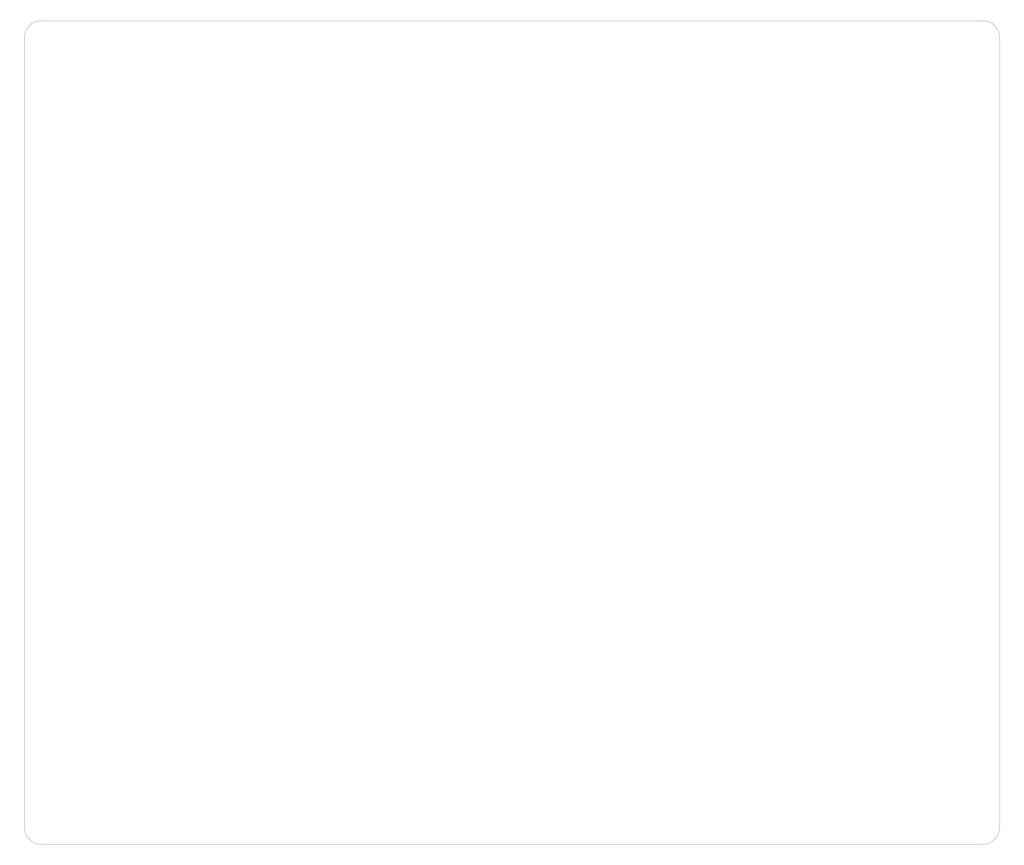
<source format=gbr>
%TF.GenerationSoftware,KiCad,Pcbnew,8.0.6*%
%TF.CreationDate,2025-03-22T17:54:38-05:00*%
%TF.ProjectId,Smartboard,536d6172-7462-46f6-9172-642e6b696361,rev?*%
%TF.SameCoordinates,Original*%
%TF.FileFunction,Profile,NP*%
%FSLAX46Y46*%
G04 Gerber Fmt 4.6, Leading zero omitted, Abs format (unit mm)*
G04 Created by KiCad (PCBNEW 8.0.6) date 2025-03-22 17:54:38*
%MOMM*%
%LPD*%
G01*
G04 APERTURE LIST*
%TA.AperFunction,Profile*%
%ADD10C,0.050000*%
%TD*%
G04 APERTURE END LIST*
D10*
X55000000Y-295000000D02*
G75*
G02*
X50000000Y-290000000I0J5000000D01*
G01*
X340000000Y-55000000D02*
X340000000Y-290000000D01*
X340000000Y-290000000D02*
G75*
G02*
X335000000Y-295000000I-5000000J0D01*
G01*
X335000000Y-295000000D02*
X55000000Y-295000000D01*
X55000000Y-50000000D02*
X335000000Y-50000000D01*
X335000000Y-50000000D02*
G75*
G02*
X340000000Y-55000000I0J-5000000D01*
G01*
X50000000Y-55000000D02*
G75*
G02*
X55000000Y-50000000I5000000J0D01*
G01*
X50000000Y-290000000D02*
X50000000Y-55000000D01*
M02*

</source>
